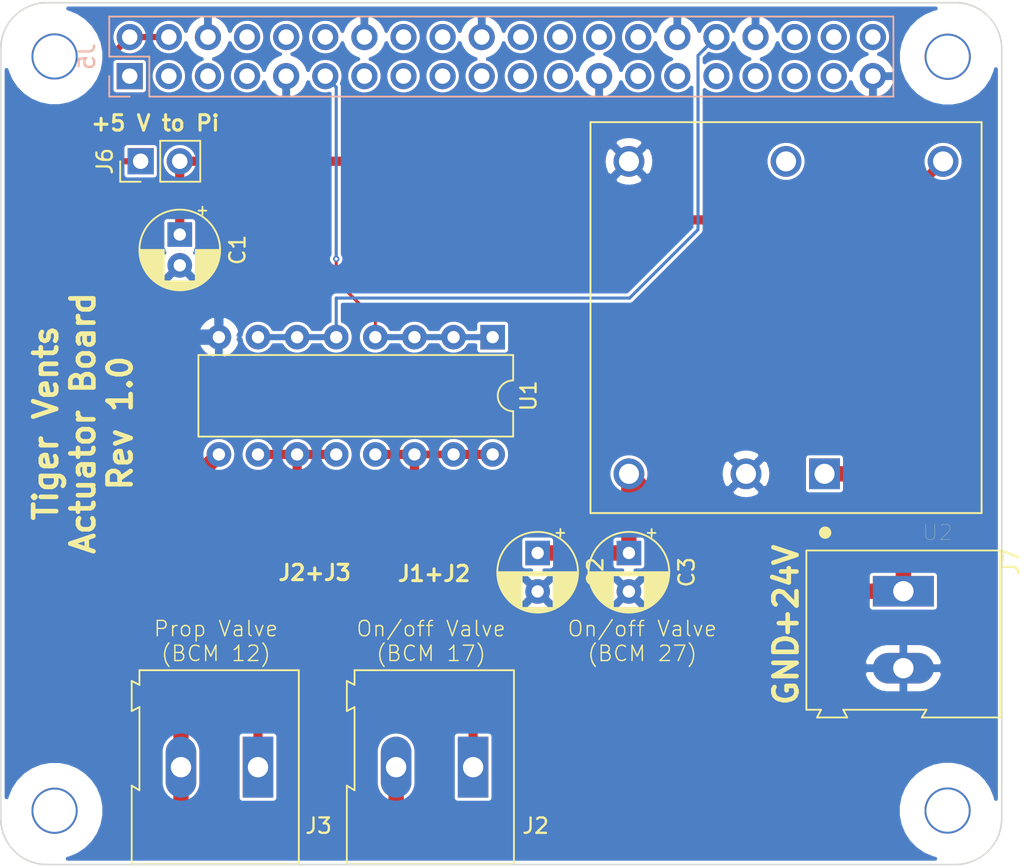
<source format=kicad_pcb>
(kicad_pcb (version 20171130) (host pcbnew "(5.1.5)-3")
  (layers (0 F.Cu signal) (1 In1.Cu signal hide) (2 In2.Cu signal hide) (31 B.Cu signal) (34 B.Paste user) (35 F.Paste user) (36 B.SilkS user hide) (37 F.SilkS user) (38 B.Mask user) (39 F.Mask user) (44 Edge.Cuts user))
  (net 0 "")
  (net 1 GND)
  (net 2 +24V)
  (net 3 +5V)
  (net 4 BCM17)
  (net 5 BCM27)
  (net 6 BCM12)
  (net 7 "Net-(U2-Pad4)")
  (net 8 "Net-(J5-Pad3)")
  (net 9 "Net-(J5-Pad5)")
  (net 10 "Net-(J5-Pad7)")
  (net 11 "Net-(J5-Pad8)")
  (net 12 "Net-(J5-Pad10)")
  (net 13 "Net-(J5-Pad12)")
  (net 14 "Net-(J5-Pad18)")
  (net 15 "Net-(J5-Pad19)")
  (net 16 "Net-(J5-Pad21)")
  (net 17 "Net-(J5-Pad22)")
  (net 18 "Net-(J5-Pad23)")
  (net 19 "Net-(J5-Pad24)")
  (net 20 "Net-(J5-Pad26)")
  (net 21 "Net-(J5-Pad27)")
  (net 22 "Net-(J5-Pad28)")
  (net 23 "Net-(J5-Pad29)")
  (net 24 "Net-(J5-Pad31)")
  (net 25 "Net-(J5-Pad35)")
  (net 26 "Net-(J5-Pad36)")
  (net 27 "Net-(J5-Pad37)")
  (net 28 "Net-(J5-Pad38)")
  (net 29 "Net-(J5-Pad40)")
  (net 30 "Net-(J5-Pad15)")
  (net 31 "Net-(J5-Pad16)")
  (net 32 "Net-(J5-Pad33)")
  (net 33 "Net-(J5-Pad1)")
  (net 34 "Net-(J5-Pad17)")
  (net 35 "Net-(C1-Pad1)")
  (net 36 "Net-(J2-Pad1)")
  (net 37 "Net-(J3-Pad1)")
  (module Package_DIP:DIP-16_W7.62mm (layer F.Cu) (at 110.49 82.55 270)
    (fp_text reference U1 (at 3.81 -2.33 90) (layer F.SilkS))
    (fp_text value ULN2003A)
    (pad 1 thru_hole rect (at 0 0 270) (size 1.6 1.6) (drill 0.8) (layers *.Cu *.Mask) (net 4 BCM17))
    (pad 9 thru_hole oval (at 7.62 17.78 270) (size 1.6 1.6) (drill 0.8) (layers *.Cu *.Mask) (net 2 +24V))
    (pad 2 thru_hole oval (at 0 2.54 270) (size 1.6 1.6) (drill 0.8) (layers *.Cu *.Mask) (net 4 BCM17))
    (pad 10 thru_hole oval (at 7.62 15.24 270) (size 1.6 1.6) (drill 0.8) (layers *.Cu *.Mask) (net 37 "Net-(J3-Pad1)"))
    (pad 3 thru_hole oval (at 0 5.08 270) (size 1.6 1.6) (drill 0.8) (layers *.Cu *.Mask) (net 4 BCM17))
    (pad 11 thru_hole oval (at 7.62 12.7 270) (size 1.6 1.6) (drill 0.8) (layers *.Cu *.Mask) (net 37 "Net-(J3-Pad1)"))
    (pad 4 thru_hole oval (at 0 7.62 270) (size 1.6 1.6) (drill 0.8) (layers *.Cu *.Mask) (net 4 BCM17))
    (pad 12 thru_hole oval (at 7.62 10.16 270) (size 1.6 1.6) (drill 0.8) (layers *.Cu *.Mask) (net 37 "Net-(J3-Pad1)"))
    (pad 5 thru_hole oval (at 0 10.16 270) (size 1.6 1.6) (drill 0.8) (layers *.Cu *.Mask) (net 6 BCM12))
    (pad 13 thru_hole oval (at 7.62 7.62 270) (size 1.6 1.6) (drill 0.8) (layers *.Cu *.Mask) (net 36 "Net-(J2-Pad1)"))
    (pad 6 thru_hole oval (at 0 12.7 270) (size 1.6 1.6) (drill 0.8) (layers *.Cu *.Mask) (net 6 BCM12))
    (pad 14 thru_hole oval (at 7.62 5.08 270) (size 1.6 1.6) (drill 0.8) (layers *.Cu *.Mask) (net 36 "Net-(J2-Pad1)"))
    (pad 7 thru_hole oval (at 0 15.24 270) (size 1.6 1.6) (drill 0.8) (layers *.Cu *.Mask) (net 6 BCM12))
    (pad 15 thru_hole oval (at 7.62 2.54 270) (size 1.6 1.6) (drill 0.8) (layers *.Cu *.Mask) (net 36 "Net-(J2-Pad1)"))
    (pad 8 thru_hole oval (at 0 17.78 270) (size 1.6 1.6) (drill 0.8) (layers *.Cu *.Mask) (net 1 GND))
    (pad 16 thru_hole oval (at 7.62 0 270) (size 1.6 1.6) (drill 0.8) (layers *.Cu *.Mask) (net 36 "Net-(J2-Pad1)"))
  )
  (module Connector_PinSocket_2.54mm:PinSocket_2x20_P2.54mm_Vertical (layer B.Cu) (at 86.92 65.59 270)
    (fp_text reference J5 (at -1.27 2.77 270) (layer B.SilkS) (effects (justify mirror)))
    (fp_text value 40HAT)
    (pad 1 thru_hole rect (at 0 0 270) (size 1.7 1.7) (drill 1) (layers *.Cu *.Mask) (net 33 "Net-(J5-Pad1)"))
    (pad 2 thru_hole oval (at -2.54 0 270) (size 1.7 1.7) (drill 1) (layers *.Cu *.Mask) (net 3 +5V))
    (pad 3 thru_hole oval (at 0 -2.54 270) (size 1.7 1.7) (drill 1) (layers *.Cu *.Mask) (net 8 "Net-(J5-Pad3)"))
    (pad 4 thru_hole oval (at -2.54 -2.54 270) (size 1.7 1.7) (drill 1) (layers *.Cu *.Mask) (net 3 +5V))
    (pad 5 thru_hole oval (at 0 -5.08 270) (size 1.7 1.7) (drill 1) (layers *.Cu *.Mask) (net 9 "Net-(J5-Pad5)"))
    (pad 6 thru_hole oval (at -2.54 -5.08 270) (size 1.7 1.7) (drill 1) (layers *.Cu *.Mask) (net 1 GND))
    (pad 7 thru_hole oval (at 0 -7.62 270) (size 1.7 1.7) (drill 1) (layers *.Cu *.Mask) (net 10 "Net-(J5-Pad7)"))
    (pad 8 thru_hole oval (at -2.54 -7.62 270) (size 1.7 1.7) (drill 1) (layers *.Cu *.Mask) (net 11 "Net-(J5-Pad8)"))
    (pad 9 thru_hole oval (at 0 -10.16 270) (size 1.7 1.7) (drill 1) (layers *.Cu *.Mask) (net 1 GND))
    (pad 10 thru_hole oval (at -2.54 -10.16 270) (size 1.7 1.7) (drill 1) (layers *.Cu *.Mask) (net 12 "Net-(J5-Pad10)"))
    (pad 11 thru_hole oval (at 0 -12.7 270) (size 1.7 1.7) (drill 1) (layers *.Cu *.Mask) (net 4 BCM17))
    (pad 12 thru_hole oval (at -2.54 -12.7 270) (size 1.7 1.7) (drill 1) (layers *.Cu *.Mask) (net 13 "Net-(J5-Pad12)"))
    (pad 13 thru_hole oval (at 0 -15.24 270) (size 1.7 1.7) (drill 1) (layers *.Cu *.Mask) (net 5 BCM27))
    (pad 14 thru_hole oval (at -2.54 -15.24 270) (size 1.7 1.7) (drill 1) (layers *.Cu *.Mask) (net 1 GND))
    (pad 15 thru_hole oval (at 0 -17.78 270) (size 1.7 1.7) (drill 1) (layers *.Cu *.Mask) (net 30 "Net-(J5-Pad15)"))
    (pad 16 thru_hole oval (at -2.54 -17.78 270) (size 1.7 1.7) (drill 1) (layers *.Cu *.Mask) (net 31 "Net-(J5-Pad16)"))
    (pad 17 thru_hole oval (at 0 -20.32 270) (size 1.7 1.7) (drill 1) (layers *.Cu *.Mask) (net 34 "Net-(J5-Pad17)"))
    (pad 18 thru_hole oval (at -2.54 -20.32 270) (size 1.7 1.7) (drill 1) (layers *.Cu *.Mask) (net 14 "Net-(J5-Pad18)"))
    (pad 19 thru_hole oval (at 0 -22.86 270) (size 1.7 1.7) (drill 1) (layers *.Cu *.Mask) (net 15 "Net-(J5-Pad19)"))
    (pad 20 thru_hole oval (at -2.54 -22.86 270) (size 1.7 1.7) (drill 1) (layers *.Cu *.Mask) (net 1 GND))
    (pad 21 thru_hole oval (at 0 -25.4 270) (size 1.7 1.7) (drill 1) (layers *.Cu *.Mask) (net 16 "Net-(J5-Pad21)"))
    (pad 22 thru_hole oval (at -2.54 -25.4 270) (size 1.7 1.7) (drill 1) (layers *.Cu *.Mask) (net 17 "Net-(J5-Pad22)"))
    (pad 23 thru_hole oval (at 0 -27.94 270) (size 1.7 1.7) (drill 1) (layers *.Cu *.Mask) (net 18 "Net-(J5-Pad23)"))
    (pad 24 thru_hole oval (at -2.54 -27.94 270) (size 1.7 1.7) (drill 1) (layers *.Cu *.Mask) (net 19 "Net-(J5-Pad24)"))
    (pad 25 thru_hole oval (at 0 -30.48 270) (size 1.7 1.7) (drill 1) (layers *.Cu *.Mask) (net 1 GND))
    (pad 26 thru_hole oval (at -2.54 -30.48 270) (size 1.7 1.7) (drill 1) (layers *.Cu *.Mask) (net 20 "Net-(J5-Pad26)"))
    (pad 27 thru_hole oval (at 0 -33.02 270) (size 1.7 1.7) (drill 1) (layers *.Cu *.Mask) (net 21 "Net-(J5-Pad27)"))
    (pad 28 thru_hole oval (at -2.54 -33.02 270) (size 1.7 1.7) (drill 1) (layers *.Cu *.Mask) (net 22 "Net-(J5-Pad28)"))
    (pad 29 thru_hole oval (at 0 -35.56 270) (size 1.7 1.7) (drill 1) (layers *.Cu *.Mask) (net 23 "Net-(J5-Pad29)"))
    (pad 30 thru_hole oval (at -2.54 -35.56 270) (size 1.7 1.7) (drill 1) (layers *.Cu *.Mask) (net 1 GND))
    (pad 31 thru_hole oval (at 0 -38.1 270) (size 1.7 1.7) (drill 1) (layers *.Cu *.Mask) (net 24 "Net-(J5-Pad31)"))
    (pad 32 thru_hole oval (at -2.54 -38.1 270) (size 1.7 1.7) (drill 1) (layers *.Cu *.Mask) (net 6 BCM12))
    (pad 33 thru_hole oval (at 0 -40.64 270) (size 1.7 1.7) (drill 1) (layers *.Cu *.Mask) (net 32 "Net-(J5-Pad33)"))
    (pad 34 thru_hole oval (at -2.54 -40.64 270) (size 1.7 1.7) (drill 1) (layers *.Cu *.Mask) (net 1 GND))
    (pad 35 thru_hole oval (at 0 -43.18 270) (size 1.7 1.7) (drill 1) (layers *.Cu *.Mask) (net 25 "Net-(J5-Pad35)"))
    (pad 36 thru_hole oval (at -2.54 -43.18 270) (size 1.7 1.7) (drill 1) (layers *.Cu *.Mask) (net 26 "Net-(J5-Pad36)"))
    (pad 37 thru_hole oval (at 0 -45.72 270) (size 1.7 1.7) (drill 1) (layers *.Cu *.Mask) (net 27 "Net-(J5-Pad37)"))
    (pad 38 thru_hole oval (at -2.54 -45.72 270) (size 1.7 1.7) (drill 1) (layers *.Cu *.Mask) (net 28 "Net-(J5-Pad38)"))
    (pad 39 thru_hole oval (at 0 -48.26 270) (size 1.7 1.7) (drill 1) (layers *.Cu *.Mask) (net 1 GND))
    (pad 40 thru_hole oval (at -2.54 -48.26 270) (size 1.7 1.7) (drill 1) (layers *.Cu *.Mask) (net 29 "Net-(J5-Pad40)"))
  )
  (module project_footprints:NPTH_3mm_ID (layer F.Cu) (at 82.04 64.31)
    (fp_text reference H1 (at 0.06 0.09) (layer F.SilkS))
    (fp_text value 3mm_Mounting_Hole hide)
    (pad "" np_thru_hole circle (at 0 0) (size 3 3) (drill 2.75) (layers *.Cu *.Mask) (clearance 1.6))
  )
  (module project_footprints:NPTH_3mm_ID (layer F.Cu) (at 140.04 64.33)
    (fp_text reference H2 (at 0.06 0.09) (layer F.SilkS))
    (fp_text value 3mm_Mounting_Hole hide)
    (pad "" np_thru_hole circle (at 0 0) (size 3 3) (drill 2.75) (layers *.Cu *.Mask) (clearance 1.6))
  )
  (module project_footprints:NPTH_3mm_ID (layer F.Cu) (at 82.04 113.32)
    (fp_text reference H3 (at 0.06 0.09) (layer F.SilkS))
    (fp_text value 3mm_Mounting_Hole hide)
    (pad "" np_thru_hole circle (at 0 0) (size 3 3) (drill 2.75) (layers *.Cu *.Mask) (clearance 1.6))
  )
  (module project_footprints:NPTH_3mm_ID (layer F.Cu) (at 140.03 113.31)
    (fp_text reference H4 (at 0.06 0.09) (layer F.SilkS))
    (fp_text value 3mm_Mounting_Hole hide)
    (pad "" np_thru_hole circle (at 0 0) (size 3 3) (drill 2.75) (layers *.Cu *.Mask) (clearance 1.6))
  )
  (module TerminalBlock:TerminalBlock_Altech_AK300-2_P5.00mm (layer F.Cu) (at 109.22 110.49 180)
    (fp_text reference J2 (at -4.064 -3.81) (layer F.SilkS))
    (fp_text value Screw_Terminal_01x02)
    (pad 2 thru_hole oval (at 5 0 180) (size 1.98 3.96) (drill 1.32) (layers *.Cu *.Mask) (net 2 +24V))
    (pad 1 thru_hole rect (at 0 0 180) (size 1.98 3.96) (drill 1.32) (layers *.Cu *.Mask) (net 36 "Net-(J2-Pad1)"))
  )
  (module TerminalBlock:TerminalBlock_Altech_AK300-2_P5.00mm (layer F.Cu) (at 95.25 110.49 180)
    (fp_text reference J3 (at -3.937 -3.81) (layer F.SilkS))
    (fp_text value Screw_Terminal_01x02)
    (pad 1 thru_hole rect (at 0 0 180) (size 1.98 3.96) (drill 1.32) (layers *.Cu *.Mask) (net 37 "Net-(J3-Pad1)"))
    (pad 2 thru_hole oval (at 5 0 180) (size 1.98 3.96) (drill 1.32) (layers *.Cu *.Mask) (net 2 +24V))
  )
  (module project_footprints:CONV_PDQ15-Q24-S5-D (layer F.Cu) (at 129.54 81.28 180)
    (fp_text reference U2 (at -9.844575 -13.962665) (layer F.SilkS) (effects (font (size 1.001992 1.001992) (thickness 0.015))))
    (fp_text value PDQ15-Q24-S5-D)
    (pad 1 thru_hole rect (at -2.5 -10.15 180) (size 2 2) (drill 1.3) (layers *.Cu *.Mask) (net 2 +24V))
    (pad 2 thru_hole circle (at 2.6 -10.15 180) (size 2 2) (drill 1.3) (layers *.Cu *.Mask) (net 1 GND))
    (pad 3 thru_hole circle (at -10.2 10.15 180) (size 2 2) (drill 1.3) (layers *.Cu *.Mask) (net 35 "Net-(C1-Pad1)"))
    (pad 4 thru_hole circle (at 0 10.15 180) (size 2 2) (drill 1.3) (layers *.Cu *.Mask) (net 7 "Net-(U2-Pad4)"))
    (pad 5 thru_hole circle (at 10.2 10.15 180) (size 2 2) (drill 1.3) (layers *.Cu *.Mask) (net 1 GND))
    (pad 6 thru_hole circle (at 10.2 -10.15 180) (size 2 2) (drill 1.3) (layers *.Cu *.Mask) (net 2 +24V))
  )
  (module Connector_PinHeader_2.54mm:PinHeader_1x02_P2.54mm_Vertical (layer F.Cu) (at 87.63 71.12 90)
    (fp_text reference J6 (at 0 -2.33 90) (layer F.SilkS))
    (fp_text value Conn_01x02)
    (pad 1 thru_hole rect (at 0 0 90) (size 1.7 1.7) (drill 1) (layers *.Cu *.Mask) (net 3 +5V))
    (pad 2 thru_hole oval (at 0 2.54 90) (size 1.7 1.7) (drill 1) (layers *.Cu *.Mask) (net 35 "Net-(C1-Pad1)"))
  )
  (module TerminalBlock:TerminalBlock_Altech_AK300-2_P5.00mm (layer F.Cu) (at 137.16 99.06 270)
    (fp_text reference J7 (at -1.92 -6.99 90) (layer F.SilkS))
    (fp_text value Screw_Terminal_01x02)
    (pad 1 thru_hole rect (at 0 0 270) (size 1.98 3.96) (drill 1.32) (layers *.Cu *.Mask) (net 2 +24V))
    (pad 2 thru_hole oval (at 5 0 270) (size 1.98 3.96) (drill 1.32) (layers *.Cu *.Mask) (net 1 GND))
  )
  (module Capacitor_THT:CP_Radial_D5.0mm_P2.00mm (layer F.Cu) (at 90.17 75.8825 270)
    (fp_text reference C1 (at 1 -3.75 90) (layer F.SilkS))
    (fp_text value CP1)
    (pad 1 thru_hole rect (at 0 0 270) (size 1.6 1.6) (drill 0.8) (layers *.Cu *.Mask) (net 35 "Net-(C1-Pad1)"))
    (pad 2 thru_hole circle (at 2 0 270) (size 1.6 1.6) (drill 0.8) (layers *.Cu *.Mask) (net 1 GND))
  )
  (module Capacitor_THT:CP_Radial_D5.0mm_P2.50mm (layer F.Cu) (at 113.411 96.573276 270)
    (fp_text reference C2 (at 1.25 -3.75 90) (layer F.SilkS))
    (fp_text value CP1)
    (pad 2 thru_hole circle (at 2.5 0 270) (size 1.6 1.6) (drill 0.8) (layers *.Cu *.Mask) (net 1 GND))
    (pad 1 thru_hole rect (at 0 0 270) (size 1.6 1.6) (drill 0.8) (layers *.Cu *.Mask) (net 2 +24V))
  )
  (module Capacitor_THT:CP_Radial_D5.0mm_P2.50mm (layer F.Cu) (at 119.335499 96.573276 270)
    (fp_text reference C3 (at 1.25 -3.75 90) (layer F.SilkS))
    (fp_text value CP1)
    (pad 1 thru_hole rect (at 0 0 270) (size 1.6 1.6) (drill 0.8) (layers *.Cu *.Mask) (net 2 +24V))
    (pad 2 thru_hole circle (at 2.5 0 270) (size 1.6 1.6) (drill 0.8) (layers *.Cu *.Mask) (net 1 GND))
  )
  (gr_text J1+J2 (at 106.68 97.917) (layer F.SilkS) (effects (font (size 1 1) (thickness 0.2))))
  (gr_text J2+J3 (at 98.933 97.8535) (layer F.SilkS) (effects (font (size 1 1) (thickness 0.2))))
  (gr_text "+5 V to Pi" (at 88.5825 68.6435) (layer F.SilkS) (effects (font (size 1 1) (thickness 0.2))))
  (gr_text "On/off Valve\n(BCM 27)" (at 120.2055 102.2985) (layer F.SilkS) (effects (font (size 1 1) (thickness 0.09))))
  (gr_text "On/off Valve\n(BCM 17)" (at 106.4895 102.2985) (layer F.SilkS) (effects (font (size 1 1) (thickness 0.09))))
  (gr_text "Prop Valve\n(BCM 12)" (at 92.5195 102.2985) (layer F.SilkS) (effects (font (size 1 1) (thickness 0.09))))
  (gr_text "Tiger Vents\nActuator Board\nRev 1.0" (at 83.8835 88.138 90) (layer F.SilkS) (effects (font (size 1.5 1.5) (thickness 0.3))))
  (gr_text GND (at 129.54 104.14 90) (layer F.SilkS) (effects (font (size 1.5 1.5) (thickness 0.3))))
  (gr_text +24V (at 129.54 99.06 90) (layer F.SilkS) (effects (font (size 1.5 1.5) (thickness 0.3))))
  (gr_line (start 78.546356 63.817611) (end 78.546356 113.817611) (layer Edge.Cuts) (width 0.1))
  (gr_arc (start 81.546356 63.817611) (end 81.546356 60.817611) (angle -90) (layer Edge.Cuts) (width 0.1))
  (gr_line (start 140.546356 60.817611) (end 81.546356 60.817611) (layer Edge.Cuts) (width 0.1))
  (gr_arc (start 140.546356 63.817611) (end 143.546356 63.817611) (angle -90) (layer Edge.Cuts) (width 0.1))
  (gr_line (start 143.546356 113.817611) (end 143.546356 63.817611) (layer Edge.Cuts) (width 0.1))
  (gr_arc (start 81.546356 113.817611) (end 78.546356 113.817611) (angle -90) (layer Edge.Cuts) (width 0.1))
  (gr_line (start 81.546356 116.817611) (end 140.546356 116.817611) (layer Edge.Cuts) (width 0.1))
  (gr_arc (start 140.546356 113.817611) (end 140.546356 116.817611) (angle -89.9) (layer Edge.Cuts) (width 0.1))
  (segment (start 91.57863 82.55) (end 92.71 82.55) (width 0.5) (layer B.Cu) (net 1))
  (segment (start 92.71 80.7085) (end 92.71 82.55) (width 0.6) (layer B.Cu) (net 1))
  (segment (start 92.71 82.55) (end 90.424 82.55) (width 1) (layer B.Cu) (net 1))
  (segment (start 90.6145 82.55) (end 90.424 82.55) (width 0.6) (layer B.Cu) (net 1))
  (segment (start 110.49 90.17) (end 107.95 90.17) (width 0.6) (layer F.Cu) (net 36))
  (segment (start 116.6 110.49) (end 112.79 114.3) (width 0.6) (layer F.Cu) (net 2))
  (segment (start 112.79 114.3) (end 105.45 114.3) (width 0.6) (layer F.Cu) (net 2))
  (segment (start 98.82 114.3) (end 91.48 114.3) (width 0.6) (layer F.Cu) (net 2))
  (segment (start 98.82 114.3) (end 104.14 114.3) (width 0.6) (layer F.Cu) (net 2))
  (segment (start 104.14 114.3) (end 105.45 114.3) (width 0.6) (layer F.Cu) (net 2))
  (segment (start 134.04 91.43) (end 132.04 91.43) (width 1) (layer F.Cu) (net 2))
  (segment (start 137.16 94.55) (end 134.04 91.43) (width 1) (layer F.Cu) (net 2))
  (segment (start 137.16 99.06) (end 137.16 94.55) (width 1) (layer F.Cu) (net 2))
  (segment (start 137.16 99.06) (end 126.64 99.06) (width 1) (layer F.Cu) (net 2))
  (segment (start 91.08 114.3) (end 91.48 114.3) (width 1) (layer F.Cu) (net 2))
  (segment (start 90.25 113.47) (end 91.08 114.3) (width 1) (layer F.Cu) (net 2))
  (segment (start 90.25 110.49) (end 90.25 113.47) (width 1) (layer F.Cu) (net 2))
  (segment (start 104.22 114.22) (end 104.22 110.49) (width 1) (layer F.Cu) (net 2))
  (segment (start 104.14 114.3) (end 104.22 114.22) (width 1) (layer F.Cu) (net 2))
  (segment (start 90.25 92.63) (end 92.71 90.17) (width 1) (layer F.Cu) (net 2))
  (segment (start 90.25 110.49) (end 90.25 92.63) (width 1) (layer F.Cu) (net 2))
  (segment (start 126.64 98.73) (end 119.34 91.43) (width 1) (layer F.Cu) (net 2))
  (segment (start 126.64 99.06) (end 126.64 98.73) (width 1) (layer F.Cu) (net 2))
  (segment (start 113.411 96.573276) (end 119.335499 96.573276) (width 1) (layer F.Cu) (net 2))
  (segment (start 119.335499 91.434501) (end 119.34 91.43) (width 1) (layer F.Cu) (net 2))
  (segment (start 119.335499 96.573276) (end 119.335499 91.434501) (width 1) (layer F.Cu) (net 2))
  (segment (start 126.64 99.06) (end 126.64 100.05) (width 1) (layer F.Cu) (net 2))
  (segment (start 112.39 114.3) (end 91.48 114.3) (width 1) (layer F.Cu) (net 2))
  (segment (start 126.64 100.05) (end 112.39 114.3) (width 1) (layer F.Cu) (net 2))
  (segment (start 86.070001 63.899999) (end 86.92 63.05) (width 0.4) (layer F.Cu) (net 3))
  (segment (start 85.340001 64.629999) (end 86.070001 63.899999) (width 0.4) (layer F.Cu) (net 3))
  (segment (start 85.340001 70.080001) (end 85.340001 64.629999) (width 0.4) (layer F.Cu) (net 3))
  (segment (start 86.38 71.12) (end 85.340001 70.080001) (width 0.4) (layer F.Cu) (net 3))
  (segment (start 87.63 71.12) (end 86.38 71.12) (width 0.4) (layer F.Cu) (net 3))
  (segment (start 86.92 63.05) (end 89.46 63.05) (width 0.4) (layer F.Cu) (net 3))
  (segment (start 102.87 82.55) (end 105.41 82.55) (width 0.4) (layer B.Cu) (net 4))
  (segment (start 100.33 66.3) (end 99.62 65.59) (width 0.2) (layer B.Cu) (net 4))
  (segment (start 100.33 77.47) (end 100.33 66.3) (width 0.2) (layer B.Cu) (net 4))
  (segment (start 107.95 82.55) (end 110.49 82.55) (width 0.4) (layer B.Cu) (net 4))
  (segment (start 107.95 82.55) (end 105.41 82.55) (width 0.4) (layer B.Cu) (net 4))
  (segment (start 102.87 81.41863) (end 100.33 78.87863) (width 0.2) (layer F.Cu) (net 4))
  (segment (start 102.87 82.55) (end 102.87 81.41863) (width 0.2) (layer F.Cu) (net 4))
  (segment (start 100.33 78.87863) (end 100.33 77.47) (width 0.2) (layer F.Cu) (net 4))
  (segment (start 100.33 77.47) (end 100.33 77.47) (width 0.2) (layer F.Cu) (net 4))
  (via (at 100.33 77.47) (size 0.4) (drill 0.2) (layers F.Cu B.Cu) (net 4))
  (segment (start 100.33 82.55) (end 95.25 82.55) (width 0.4) (layer B.Cu) (net 6))
  (segment (start 100.33 80.01) (end 100.33 82.55) (width 0.2) (layer B.Cu) (net 6))
  (segment (start 100.33 80.01) (end 119.38 80.01) (width 0.2) (layer B.Cu) (net 6))
  (segment (start 124.170001 63.899999) (end 125.02 63.05) (width 0.2) (layer B.Cu) (net 6))
  (segment (start 125.02 63.05) (end 123.825 64.245) (width 0.2) (layer B.Cu) (net 6))
  (segment (start 123.825 75.565) (end 123.6345 75.7555) (width 0.2) (layer B.Cu) (net 6))
  (segment (start 119.38 80.01) (end 123.6345 75.7555) (width 0.2) (layer B.Cu) (net 6))
  (segment (start 123.825 64.245) (end 123.825 75.565) (width 0.2) (layer B.Cu) (net 6))
  (segment (start 123.6345 75.7555) (end 123.630001 75.759999) (width 0.2) (layer B.Cu) (net 6))
  (segment (start 102.87 90.17) (end 105.41 90.17) (width 0.6) (layer F.Cu) (net 36))
  (segment (start 105.41 90.17) (end 105.41 95.25) (width 0.6) (layer F.Cu) (net 36))
  (segment (start 105.41 95.25) (end 105.41 101.6) (width 0.6) (layer F.Cu) (net 36))
  (segment (start 109.22 105.41) (end 109.22 110.49) (width 0.6) (layer F.Cu) (net 36))
  (segment (start 105.41 101.6) (end 109.22 105.41) (width 0.6) (layer F.Cu) (net 36))
  (segment (start 95.25 97.79) (end 97.79 95.25) (width 0.6) (layer F.Cu) (net 37))
  (segment (start 95.25 110.49) (end 95.25 97.79) (width 0.6) (layer F.Cu) (net 37))
  (segment (start 97.79 95.25) (end 97.79 90.17) (width 0.6) (layer F.Cu) (net 37))
  (segment (start 95.25 90.17) (end 100.33 90.17) (width 0.6) (layer F.Cu) (net 37))
  (segment (start 116.586 74.93) (end 112.776 71.12) (width 0.6) (layer F.Cu) (net 35))
  (segment (start 139.74 71.13) (end 135.94 74.93) (width 0.6) (layer F.Cu) (net 35))
  (segment (start 135.94 74.93) (end 116.586 74.93) (width 0.6) (layer F.Cu) (net 35))
  (segment (start 112.522 71.12) (end 90.17 71.12) (width 0.6) (layer F.Cu) (net 35))
  (segment (start 112.522 71.12) (end 112.776 71.12) (width 0.4) (layer F.Cu) (net 35))
  (segment (start 90.17 71.12) (end 90.17 75.8825) (width 0.6) (layer F.Cu) (net 35))
  (segment (start 107.95 90.17) (end 105.41 90.17) (width 0.5) (layer F.Cu) (net 36))
  (zone (net 1) (net_name GND) (layer B.Cu) (connect_pads (clearance 0.2)) (min_thickness 0.254) (fill yes (arc_segments 32) (thermal_gap 0.508) (thermal_bridge_width 0.508))
    (polygon (pts (xy 143.51 116.9035) (xy 78.5495 116.9035) (xy 78.5495 60.6425) (xy 143.51 60.6425)))
  )
)
</source>
